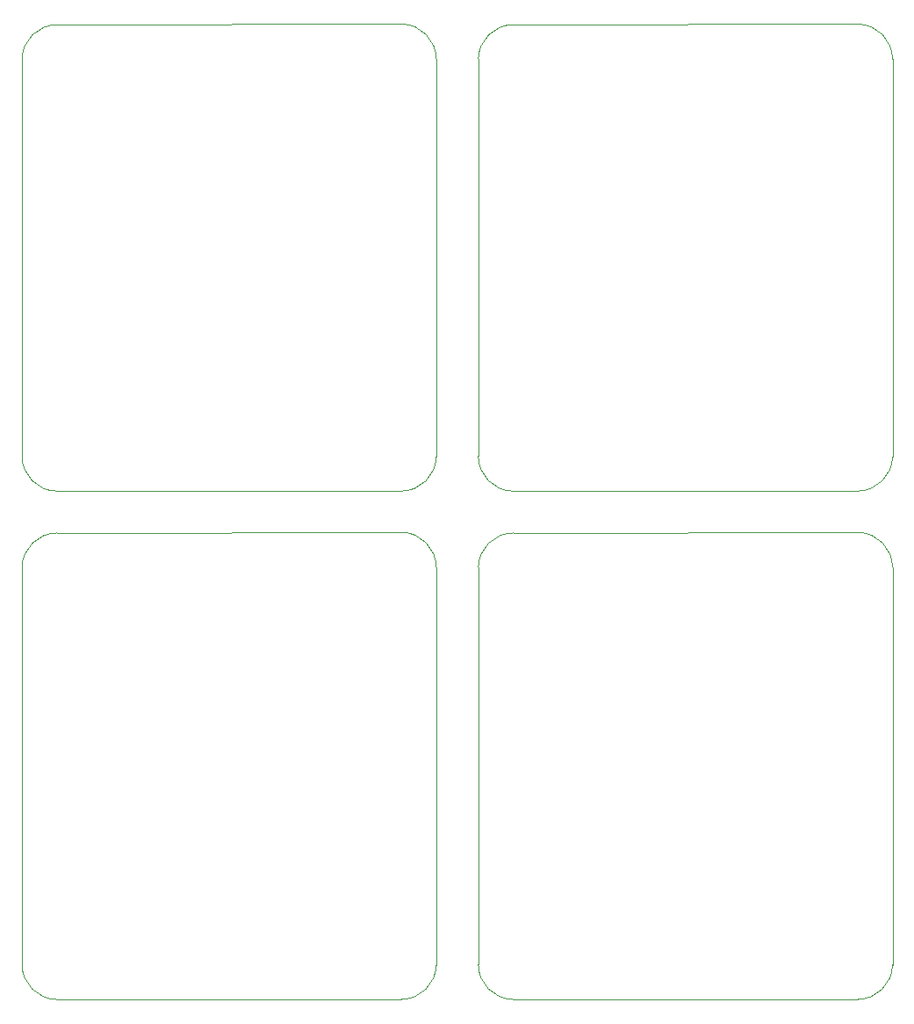
<source format=gm1>
%MOIN*%
%OFA0B0*%
%FSLAX46Y46*%
%IPPOS*%
%LPD*%
%ADD10C,0.0019685039370078744*%
%ADD21C,0.0019685039370078744*%
%ADD22C,0.0019685039370078744*%
%ADD23C,0.0019685039370078744*%
G01*
D10*
X0001480964Y0002126141D02*
G75*
G03*
X0001613440Y0002256142J0000132500D01*
G01*
X0000040964Y0002258641D02*
G75*
G03*
X0000170965Y0002126165I0000132500D01*
G01*
X0001613464Y0003766141D02*
G75*
G03*
X0001483464Y0003898618I-0000132500D01*
G01*
X0000173464Y0003896141D02*
G75*
G03*
X0000040988Y0003766141J-0000132500D01*
G01*
X0000040988Y0003766141D02*
X0000040964Y0002258641D01*
X0001480964Y0002126141D02*
X0000170965Y0002126165D01*
X0001613464Y0003766141D02*
X0001613440Y0002256142D01*
X0000173464Y0003896141D02*
X0001483464Y0003898641D01*
G04 next file*
G04 #@! TF.GenerationSoftware,KiCad,Pcbnew,(6.0.9)*
G04 #@! TF.CreationDate,2023-01-15T18:07:45+00:00*
G04 #@! TF.ProjectId,CanBus-Radio-VAG,43616e42-7573-42d5-9261-64696f2d5641,1.0*
G04 #@! TF.SameCoordinates,Original*
G04 #@! TF.FileFunction,Profile,NP*
G04 Gerber Fmt 4.6, Leading zero omitted, Abs format (unit mm)*
G04 Created by KiCad (PCBNEW (6.0.9)) date 2023-01-15 18:07:45*
G01*
G04 APERTURE LIST*
G04 #@! TA.AperFunction,Profile*
G04 #@! TD*
G04 APERTURE END LIST*
D21*
X0003213248Y0002126141D02*
G75*
G03*
X0003345724Y0002256142J0000132500D01*
G01*
X0001773247Y0002258641D02*
G75*
G03*
X0001903248Y0002126165I0000132500D01*
G01*
X0003345748Y0003766141D02*
G75*
G03*
X0003215747Y0003898618I-0000132500D01*
G01*
X0001905748Y0003896141D02*
G75*
G03*
X0001773271Y0003766141J-0000132500D01*
G01*
X0001773271Y0003766141D02*
X0001773247Y0002258641D01*
X0003213248Y0002126141D02*
X0001903248Y0002126165D01*
X0003345748Y0003766141D02*
X0003345724Y0002256142D01*
X0001905748Y0003896141D02*
X0003215748Y0003898641D01*
G04 next file*
G04 #@! TF.GenerationSoftware,KiCad,Pcbnew,(6.0.9)*
G04 #@! TF.CreationDate,2023-01-15T18:07:45+00:00*
G04 #@! TF.ProjectId,CanBus-Radio-VAG,43616e42-7573-42d5-9261-64696f2d5641,1.0*
G04 #@! TF.SameCoordinates,Original*
G04 #@! TF.FileFunction,Profile,NP*
G04 Gerber Fmt 4.6, Leading zero omitted, Abs format (unit mm)*
G04 Created by KiCad (PCBNEW (6.0.9)) date 2023-01-15 18:07:45*
G01*
G04 APERTURE LIST*
G04 #@! TA.AperFunction,Profile*
G04 #@! TD*
G04 APERTURE END LIST*
D22*
X0001480964Y0000197007D02*
G75*
G03*
X0001613440Y0000327008J0000132500D01*
G01*
X0000040964Y0000329507D02*
G75*
G03*
X0000170965Y0000197031I0000132500D01*
G01*
X0001613464Y0001837007D02*
G75*
G03*
X0001483464Y0001969484I-0000132500D01*
G01*
X0000173464Y0001967007D02*
G75*
G03*
X0000040988Y0001837007J-0000132500D01*
G01*
X0000040988Y0001837007D02*
X0000040964Y0000329507D01*
X0001480964Y0000197007D02*
X0000170965Y0000197031D01*
X0001613464Y0001837007D02*
X0001613440Y0000327008D01*
X0000173464Y0001967007D02*
X0001483464Y0001969507D01*
G04 next file*
G04 #@! TF.GenerationSoftware,KiCad,Pcbnew,(6.0.9)*
G04 #@! TF.CreationDate,2023-01-15T18:07:45+00:00*
G04 #@! TF.ProjectId,CanBus-Radio-VAG,43616e42-7573-42d5-9261-64696f2d5641,1.0*
G04 #@! TF.SameCoordinates,Original*
G04 #@! TF.FileFunction,Profile,NP*
G04 Gerber Fmt 4.6, Leading zero omitted, Abs format (unit mm)*
G04 Created by KiCad (PCBNEW (6.0.9)) date 2023-01-15 18:07:45*
G01*
G04 APERTURE LIST*
G04 #@! TA.AperFunction,Profile*
G04 #@! TD*
G04 APERTURE END LIST*
D23*
X0003213248Y0000197007D02*
G75*
G03*
X0003345724Y0000327008J0000132500D01*
G01*
X0001773247Y0000329507D02*
G75*
G03*
X0001903248Y0000197031I0000132500D01*
G01*
X0003345748Y0001837007D02*
G75*
G03*
X0003215747Y0001969484I-0000132500D01*
G01*
X0001905748Y0001967007D02*
G75*
G03*
X0001773271Y0001837007J-0000132500D01*
G01*
X0001773271Y0001837007D02*
X0001773247Y0000329507D01*
X0003213248Y0000197007D02*
X0001903248Y0000197031D01*
X0003345748Y0001837007D02*
X0003345724Y0000327008D01*
X0001905748Y0001967007D02*
X0003215748Y0001969507D01*
M02*
</source>
